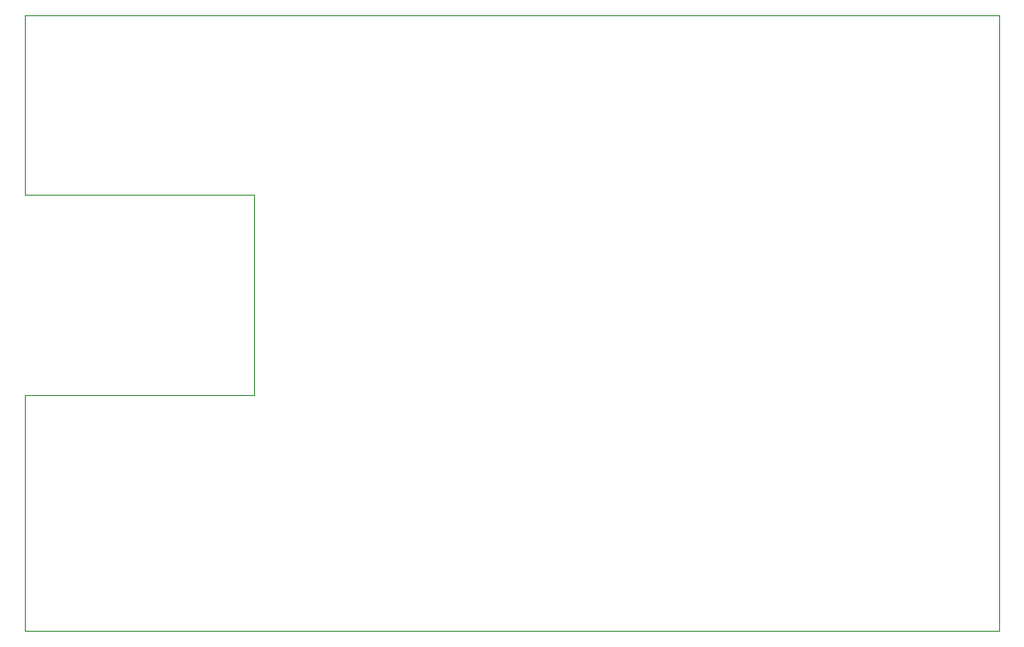
<source format=gm1>
G04 #@! TF.FileFunction,Profile,NP*
%FSLAX46Y46*%
G04 Gerber Fmt 4.6, Leading zero omitted, Abs format (unit mm)*
G04 Created by KiCad (PCBNEW 4.0.1-3.201512221401+6198~38~ubuntu15.10.1-stable) date Mon 11 Jan 2016 07:04:30 PM EST*
%MOMM*%
G01*
G04 APERTURE LIST*
%ADD10C,0.150000*%
%ADD11C,0.100000*%
G04 APERTURE END LIST*
D10*
D11*
X94488000Y-85090000D02*
X94488000Y-100965000D01*
X94488000Y-85090000D02*
X100203000Y-85090000D01*
X100203000Y-100965000D02*
X94488000Y-100965000D01*
X94488000Y-139700000D02*
X94488000Y-118745000D01*
X180848000Y-139700000D02*
X94488000Y-139700000D01*
X180848000Y-85090000D02*
X180848000Y-139700000D01*
X100203000Y-85090000D02*
X180848000Y-85090000D01*
X114808000Y-100965000D02*
X100203000Y-100965000D01*
X114808000Y-118745000D02*
X114808000Y-100965000D01*
X94488000Y-118745000D02*
X114808000Y-118745000D01*
M02*

</source>
